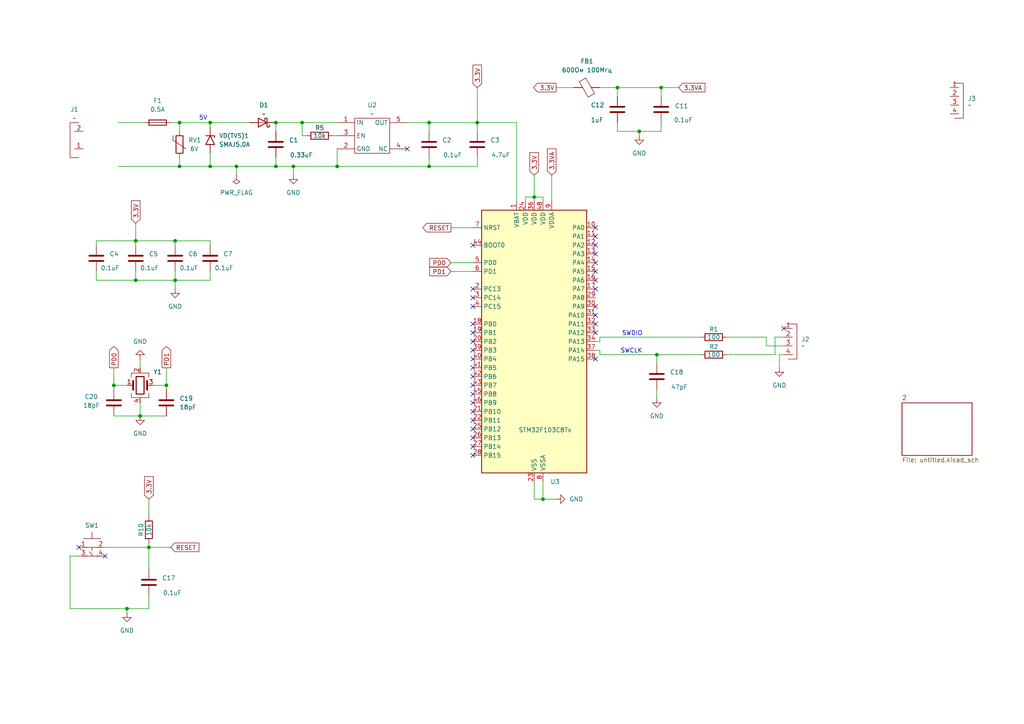
<source format=kicad_sch>
(kicad_sch (version 20250114) (generator "eeschema") (generator_version "9.0")
  (paper "A4")
  (lib_symbols
    (symbol "Device:C" (pin_numbers (hide yes)) (pin_names (offset 0.254))
      (property "Reference" "C" (at 0.635 2.54 0))
      (property "Value" "C" (at 0.635 -2.54 0))
      (symbol "C_0_1"
        (polyline (pts (xy -2.032 0.762) (xy 2.032 0.762)) (stroke (width 0.508)))
        (polyline (pts (xy -2.032 -0.762) (xy 2.032 -0.762)) (stroke (width 0.508)))
      )
      (symbol "C_1_1"
        (pin passive line (at 0 3.81 270) (length 2.794) (name "~") (number "1"))
        (pin passive line (at 0 -3.81 90) (length 2.794) (name "~") (number "2"))
      )
    )
    (symbol "Device:D_Schottky" (pin_numbers (hide yes)) (pin_names (offset 1.016) (hide yes))
      (property "Reference" "D" (at 0 2.54 0))
      (property "Value" "D_Schottky" (at 0 -2.54 0))
      (symbol "D_Schottky_0_1"
        (polyline (pts (xy -1.905 0.635) (xy -1.905 1.27) (xy -1.27 1.27) (xy -1.27 -1.27) (xy -0.635 -1.27) (xy -0.635 -0.635)) (stroke (width 0.254)))
        (polyline (pts (xy 1.27 1.27) (xy 1.27 -1.27) (xy -1.27 0) (xy 1.27 1.27)) (stroke (width 0.254)))
        (polyline (pts (xy 1.27 0) (xy -1.27 0)))
      )
      (symbol "D_Schottky_1_1"
        (pin passive line (at -3.81 0 0) (length 2.54) (name "K") (number "1"))
        (pin passive line (at 3.81 0 180) (length 2.54) (name "A") (number "2"))
      )
    )
    (symbol "Device:FerriteBead" (pin_numbers (hide yes)) (pin_names (offset 0))
      (property "Reference" "FB" (at -3.81 0.635 90))
      (property "Value" "FerriteBead" (at 3.81 0 90))
      (symbol "FerriteBead_0_1"
        (polyline (pts (xy -2.7686 0.4064) (xy -1.7018 2.2606) (xy 2.7686 -0.3048) (xy 1.6764 -2.159) (xy -2.7686 0.4064)))
        (polyline (pts (xy 0 1.27) (xy 0 1.2954)))
        (polyline (pts (xy 0 -1.27) (xy 0 -1.2192)))
      )
      (symbol "FerriteBead_1_1"
        (pin passive line (at 0 3.81 270) (length 2.54) (name "~") (number "1"))
        (pin passive line (at 0 -3.81 90) (length 2.54) (name "~") (number "2"))
      )
    )
    (symbol "Device:R" (pin_numbers (hide yes)) (pin_names (offset 0))
      (property "Reference" "R" (at 2.032 0 90))
      (property "Value" "R" (at 0 0 90))
      (symbol "R_0_1"
        (rectangle (start -1.016 -2.54) (end 1.016 2.54) (stroke (width 0.254)))
      )
      (symbol "R_1_1"
        (pin passive line (at 0 3.81 270) (length 1.27) (name "~") (number "1"))
        (pin passive line (at 0 -3.81 90) (length 1.27) (name "~") (number "2"))
      )
    )
    (symbol "MCU_ST_STM32F1:STM32F103C8Tx"
      (property "Reference" "U" (at -15.24 39.37 0))
      (property "Value" "STM32F103C8Tx" (at 7.62 39.37 0))
      (symbol "STM32F103C8Tx_0_1"
        (rectangle (start -15.24 -38.1) (end 15.24 38.1) (stroke (width 0.254)) (fill (type background)))
      )
      (symbol "STM32F103C8Tx_1_1"
        (pin input line (at -17.78 33.02 0) (length 2.54) (name "NRST") (number "7"))
        (pin input line (at -17.78 27.94 0) (length 2.54) (name "BOOT0") (number "44"))
        (pin bidirectional line (at -17.78 22.86 0) (length 2.54) (name "PD0") (number "5"))
        (pin bidirectional line (at -17.78 20.32 0) (length 2.54) (name "PD1") (number "6"))
        (pin bidirectional line (at -17.78 15.24 0) (length 2.54) (name "PC13") (number "2"))
        (pin bidirectional line (at -17.78 12.7 0) (length 2.54) (name "PC14") (number "3"))
        (pin bidirectional line (at -17.78 10.16 0) (length 2.54) (name "PC15") (number "4"))
        (pin bidirectional line (at -17.78 5.08 0) (length 2.54) (name "PB0") (number "18"))
        (pin bidirectional line (at -17.78 2.54 0) (length 2.54) (name "PB1") (number "19"))
        (pin bidirectional line (at -17.78 0 0) (length 2.54) (name "PB2") (number "20"))
        (pin bidirectional line (at -17.78 -2.54 0) (length 2.54) (name "PB3") (number "39"))
        (pin bidirectional line (at -17.78 -5.08 0) (length 2.54) (name "PB4") (number "40"))
        (pin bidirectional line (at -17.78 -7.62 0) (length 2.54) (name "PB5") (number "41"))
        (pin bidirectional line (at -17.78 -10.16 0) (length 2.54) (name "PB6") (number "42"))
        (pin bidirectional line (at -17.78 -12.7 0) (length 2.54) (name "PB7") (number "43"))
        (pin bidirectional line (at -17.78 -15.24 0) (length 2.54) (name "PB8") (number "45"))
        (pin bidirectional line (at -17.78 -17.78 0) (length 2.54) (name "PB9") (number "46"))
        (pin bidirectional line (at -17.78 -20.32 0) (length 2.54) (name "PB10") (number "21"))
        (pin bidirectional line (at -17.78 -22.86 0) (length 2.54) (name "PB11") (number "22"))
        (pin bidirectional line (at -17.78 -25.4 0) (length 2.54) (name "PB12") (number "25"))
        (pin bidirectional line (at -17.78 -27.94 0) (length 2.54) (name "PB13") (number "26"))
        (pin bidirectional line (at -17.78 -30.48 0) (length 2.54) (name "PB14") (number "27"))
        (pin bidirectional line (at -17.78 -33.02 0) (length 2.54) (name "PB15") (number "28"))
        (pin power_in line (at -5.08 40.64 270) (length 2.54) (name "VBAT") (number "1"))
        (pin power_in line (at -2.54 40.64 270) (length 2.54) (name "VDD") (number "24"))
        (pin power_in line (at 0 40.64 270) (length 2.54) (name "VDD") (number "36"))
        (pin power_in line (at 0 -40.64 90) (length 2.54) (name "VSS") (number "23"))
        (pin passive line (at 0 -40.64 90) (length 2.54) (hide yes) (name "VSS") (number "35"))
        (pin passive line (at 0 -40.64 90) (length 2.54) (hide yes) (name "VSS") (number "47"))
        (pin power_in line (at 2.54 40.64 270) (length 2.54) (name "VDD") (number "48"))
        (pin power_in line (at 2.54 -40.64 90) (length 2.54) (name "VSSA") (number "8"))
        (pin power_in line (at 5.08 40.64 270) (length 2.54) (name "VDDA") (number "9"))
        (pin bidirectional line (at 17.78 33.02 180) (length 2.54) (name "PA0") (number "10"))
        (pin bidirectional line (at 17.78 30.48 180) (length 2.54) (name "PA1") (number "11"))
        (pin bidirectional line (at 17.78 27.94 180) (length 2.54) (name "PA2") (number "12"))
        (pin bidirectional line (at 17.78 25.4 180) (length 2.54) (name "PA3") (number "13"))
        (pin bidirectional line (at 17.78 22.86 180) (length 2.54) (name "PA4") (number "14"))
        (pin bidirectional line (at 17.78 20.32 180) (length 2.54) (name "PA5") (number "15"))
        (pin bidirectional line (at 17.78 17.78 180) (length 2.54) (name "PA6") (number "16"))
        (pin bidirectional line (at 17.78 15.24 180) (length 2.54) (name "PA7") (number "17"))
        (pin bidirectional line (at 17.78 12.7 180) (length 2.54) (name "PA8") (number "29"))
        (pin bidirectional line (at 17.78 10.16 180) (length 2.54) (name "PA9") (number "30"))
        (pin bidirectional line (at 17.78 7.62 180) (length 2.54) (name "PA10") (number "31"))
        (pin bidirectional line (at 17.78 5.08 180) (length 2.54) (name "PA11") (number "32"))
        (pin bidirectional line (at 17.78 2.54 180) (length 2.54) (name "PA12") (number "33"))
        (pin bidirectional line (at 17.78 0 180) (length 2.54) (name "PA13") (number "34"))
        (pin bidirectional line (at 17.78 -2.54 180) (length 2.54) (name "PA14") (number "37"))
        (pin bidirectional line (at 17.78 -5.08 180) (length 2.54) (name "PA15") (number "38"))
      )
    )
    (symbol "My_Lib:Crystal_GND24" (pin_names (offset 1.016) (hide yes))
      (property "Reference" "Y2" (at -4.318 4.826 0))
      (symbol "Crystal_GND24_0_1"
        (polyline (pts (xy -2.54 2.286) (xy -2.54 3.556) (xy 2.54 3.556) (xy 2.54 2.286)))
        (polyline (pts (xy -2.54 0) (xy -2.032 0)))
        (polyline (pts (xy -2.54 -2.286) (xy -2.54 -3.556) (xy 2.54 -3.556) (xy 2.54 -2.286)))
        (polyline (pts (xy -2.032 -1.27) (xy -2.032 1.27)) (stroke (width 0.508)))
        (rectangle (start -1.143 2.54) (end 1.143 -2.54) (stroke (width 0.3048)))
        (polyline (pts (xy 0 3.556) (xy 0 3.81)))
        (polyline (pts (xy 0 -3.81) (xy 0 -3.556)))
        (polyline (pts (xy 2.032 0) (xy 2.54 0)))
        (polyline (pts (xy 2.032 -1.27) (xy 2.032 1.27)) (stroke (width 0.508)))
      )
      (symbol "Crystal_GND24_1_1"
        (pin passive line (at -3.81 0 0) (length 1.27) (name "1") (number "1"))
        (pin passive line (at 0 5.08 270) (length 1.27) (name "2") (number "2"))
        (pin passive line (at 0 -5.08 90) (length 1.27) (name "3") (number "4"))
        (pin passive line (at 3.81 0 180) (length 1.27) (name "4") (number "3"))
      )
    )
    (symbol "My_Lib:J - B4P-VH"
      (property "Reference" "J" (at 5.334 0.508 0))
      (symbol "J - B4P-VH_0_1"
        (polyline (pts (xy 10.16 -3.81) (xy 10.16 -1.27) (xy 0 -1.27) (xy 0 -3.81)))
      )
      (symbol "J - B4P-VH_1_1"
        (pin power_in line (at 1.27 -5.08 90) (length 2.54) (name "") (number "1"))
        (pin power_in line (at 3.81 -5.08 90) (length 2.54) (name "") (number "2"))
        (pin power_in line (at 6.35 -5.08 90) (length 2.54) (name "") (number "3"))
        (pin power_in line (at 8.89 -5.08 90) (length 2.54) (name "") (number "4"))
      )
    )
    (symbol "My_Lib:J - TB-09A"
      (property "Reference" "J1" (at 8.89 -1.27 90))
      (property "Value" "~" (at 6.35 -1.27 90))
      (symbol "J - TB-09A_0_1"
        (polyline (pts (xy 5.08 -2.54) (xy 5.08 0) (xy -5.08 0) (xy -5.08 -2.54)))
      )
      (symbol "J - TB-09A_1_1"
        (pin power_in line (at -2.54 -3.81 90) (length 2.54) (name "") (number "1"))
        (pin power_in line (at 2.54 -3.81 90) (length 2.54) (name "") (number "2"))
      )
    )
    (symbol "My_Lib:LDO_AP2112K-3.3"
      (property "Reference" "U" (at 5.08 1.27 0))
      (symbol "LDO_AP2112K-3.3_0_1"
        (rectangle (start 0 0) (end 10.16 -10.16))
      )
      (symbol "LDO_AP2112K-3.3_1_0"
        (pin input line (at -5.08 -1.27 0) (length 5.08) (name "IN") (number "1"))
        (pin input line (at -5.08 -5.08 0) (length 5.08) (name "EN") (number "3"))
        (pin input line (at -5.08 -8.89 0) (length 5.08) (name "GND") (number "2"))
        (pin output line (at 15.24 -1.27 180) (length 5.08) (name "OUT") (number "5"))
        (pin input line (at 15.24 -8.89 180) (length 5.08) (name "NC") (number "4"))
      )
    )
    (symbol "My_Lib:SMD_-_Fuse" (pin_numbers (hide yes)) (pin_names (offset 0))
      (property "Reference" "F1" (at -2.286 0.254 90))
      (property "Value" "0.5A" (at 2.54 0 90))
      (symbol "SMD_-_Fuse_0_1"
        (rectangle (start -0.762 -2.54) (end 0.762 2.54) (stroke (width 0.254)))
        (polyline (pts (xy 0 2.54) (xy 0 -2.54)))
      )
      (symbol "SMD_-_Fuse_1_1"
        (pin passive line (at 0 3.81 270) (length 1.27) (name "~") (number "1"))
        (pin passive line (at 0 -3.81 90) (length 1.27) (name "~") (number "2"))
      )
    )
    (symbol "My_Lib:SW_Push" (pin_names (offset 1.016) (hide yes))
      (property "Reference" "SW" (at 1.27 2.54 0))
      (symbol "SW_Push_0_1"
        (polyline (pts (xy 0 1.27) (xy 0 3.048)))
        (polyline (pts (xy 0 -1.27) (xy 0 -2.286)))
        (polyline (pts (xy 0 -3.81) (xy 0 -3.302) (xy -0.762 -2.54)))
        (polyline (pts (xy 2.54 1.27) (xy -2.54 1.27)))
        (polyline (pts (xy 2.54 -1.27) (xy -2.54 -1.27)))
        (polyline (pts (xy 2.54 -3.81) (xy -2.54 -3.81)))
        (pin passive line (at -3.81 -1.27 0) (length 2.54) (name "1") (number "1"))
      )
      (symbol "SW_Push_1_1"
        (pin passive line (at -3.81 -3.81 0) (length 2.54) (name "") (number "3"))
        (pin passive line (at 3.81 -1.27 180) (length 2.54) (name "") (number "2"))
        (pin passive line (at 3.81 -3.81 180) (length 2.54) (name "") (number "4"))
      )
    )
    (symbol "My_Lib:VD(TVS) - SMAJ5.0A" (pin_numbers (hide yes)) (pin_names (offset 1.016) (hide yes))
      (property "Reference" "VD(TVS)" (at 0 2.54 0))
      (property "Value" "SMAJ5.0A" (at 0 -2.54 0))
      (symbol "VD(TVS) - SMAJ5.0A_0_1"
        (polyline (pts (xy -0.762 1.27) (xy -1.27 1.27) (xy -1.27 -1.27)) (stroke (width 0.254)))
        (polyline (pts (xy 1.27 1.27) (xy 1.27 -1.27) (xy -1.27 0) (xy 1.27 1.27)) (stroke (width 0.254)))
      )
      (symbol "VD(TVS) - SMAJ5.0A_1_1"
        (pin passive line (at -3.81 0 0) (length 2.54) (name "A1") (number "1"))
        (pin passive line (at 3.81 0 180) (length 2.54) (name "A2") (number "2"))
      )
    )
    (symbol "My_Lib:Varistor" (pin_numbers (hide yes)) (pin_names (offset 0))
      (property "Reference" "RV1" (at -1.778 3.556 0))
      (property "Value" "Varistor" (at -4.064 -3.048 0))
      (symbol "Varistor_0_1"
        (rectangle (start -2.54 1.016) (end 2.54 -1.016) (stroke (width 0.254)))
        (polyline (pts (xy 2.54 1.905) (xy 1.27 1.905) (xy -1.27 -1.905)))
      )
      (symbol "Varistor_1_1"
        (pin passive line (at -3.81 0 0) (length 1.27) (name "~") (number "2"))
        (pin passive line (at 3.81 0 180) (length 1.27) (name "~") (number "1"))
      )
    )
    (symbol "power:GND" (power) (pin_numbers (hide yes)) (pin_names (offset 0) (hide yes))
      (property "Value" "GND" (at 0 -3.81 0))
      (symbol "GND_0_1"
        (polyline (pts (xy 0 0) (xy 0 -1.27) (xy 1.27 -1.27) (xy 0 -2.54) (xy -1.27 -1.27) (xy 0 -1.27)))
      )
      (symbol "GND_1_1"
        (pin power_in line (at 0 0 270) (length 0) (name "~") (number "1"))
      )
    )
    (symbol "power:PWR_FLAG" (power) (pin_numbers (hide yes)) (pin_names (offset 0) (hide yes))
      (property "Value" "PWR_FLAG" (at 0 3.81 0))
      (symbol "PWR_FLAG_0_0"
        (pin power_out line (at 0 0 90) (length 0) (name "~") (number "1"))
      )
      (symbol "PWR_FLAG_0_1"
        (polyline (pts (xy 0 0) (xy 0 1.27) (xy -1.016 1.905) (xy 0 2.54) (xy 1.016 1.905) (xy 0 1.27)))
      )
    )
  )
  (text "5V" (at 58.928 34.29 0) (effects (font (size 1.27 1.27))))
  (text "SWDIO\n" (at 183.388 96.774 0) (effects (font (size 1.27 1.27))))
  (text "SWCLK\n\n" (at 183.134 102.87 0) (effects (font (size 1.27 1.27))))
  (junction (at 36.83 176.53))
  (junction (at 80.01 35.56))
  (junction (at 157.48 144.78))
  (junction (at 80.01 48.26))
  (junction (at 97.79 48.26))
  (junction (at 85.09 48.26))
  (junction (at 52.07 48.26))
  (junction (at 43.18 158.75))
  (junction (at 52.07 35.56))
  (junction (at 179.07 25.4))
  (junction (at 39.37 81.28))
  (junction (at 39.37 69.85))
  (junction (at 60.96 35.56))
  (junction (at 33.02 111.76))
  (junction (at 60.96 48.26))
  (junction (at 50.8 81.28))
  (junction (at 124.46 48.26))
  (junction (at 124.46 35.56))
  (junction (at 50.8 69.85))
  (junction (at 68.58 48.26))
  (junction (at 138.43 35.56))
  (junction (at 87.63 35.56))
  (junction (at 40.64 120.65))
  (junction (at 190.5 102.87))
  (junction (at 185.42 38.1))
  (junction (at 191.77 25.4))
  (junction (at 154.94 57.15))
  (junction (at 48.26 111.76))
  (no_connect (at 172.72 81.28))
  (no_connect (at 172.72 91.44))
  (no_connect (at 137.16 88.9))
  (no_connect (at 137.16 101.6))
  (no_connect (at 172.72 88.9))
  (no_connect (at 172.72 66.04))
  (no_connect (at 137.16 132.08))
  (no_connect (at 30.48 161.29))
  (no_connect (at 137.16 109.22))
  (no_connect (at 137.16 119.38))
  (no_connect (at 22.86 158.75))
  (no_connect (at 137.16 106.68))
  (no_connect (at 172.72 104.14))
  (no_connect (at 137.16 86.36))
  (no_connect (at 137.16 99.06))
  (no_connect (at 118.11 43.18))
  (no_connect (at 172.72 96.52))
  (no_connect (at 137.16 129.54))
  (no_connect (at 137.16 83.82))
  (no_connect (at 137.16 111.76))
  (no_connect (at 137.16 96.52))
  (no_connect (at 137.16 71.12))
  (no_connect (at 172.72 71.12))
  (no_connect (at 172.72 78.74))
  (no_connect (at 137.16 93.98))
  (no_connect (at 172.72 68.58))
  (no_connect (at 137.16 121.92))
  (no_connect (at 137.16 116.84))
  (no_connect (at 172.72 73.66))
  (no_connect (at 137.16 114.3))
  (no_connect (at 172.72 76.2))
  (no_connect (at 227.33 95.25))
  (no_connect (at 172.72 83.82))
  (no_connect (at 137.16 124.46))
  (no_connect (at 137.16 127))
  (no_connect (at 172.72 93.98))
  (no_connect (at 137.16 104.14))
  (wire (pts (xy 20.32 161.29) (xy 22.86 161.29)))
  (wire (pts (xy 227.33 100.33) (xy 222.25 100.33)))
  (wire (pts (xy 60.96 48.26) (xy 68.58 48.26)))
  (wire (pts (xy 196.85 25.4) (xy 191.77 25.4)))
  (wire (pts (xy 154.94 57.15) (xy 154.94 58.42)))
  (wire (pts (xy 166.37 25.4) (xy 161.29 25.4)))
  (wire (pts (xy 138.43 45.72) (xy 138.43 48.26)))
  (wire (pts (xy 36.83 176.53) (xy 43.18 176.53)))
  (wire (pts (xy 39.37 69.85) (xy 27.94 69.85)))
  (wire (pts (xy 43.18 157.48) (xy 43.18 158.75)))
  (wire (pts (xy 52.07 35.56) (xy 52.07 38.1)))
  (wire (pts (xy 60.96 35.56) (xy 72.39 35.56)))
  (wire (pts (xy 190.5 102.87) (xy 203.2 102.87)))
  (wire (pts (xy 20.32 176.53) (xy 36.83 176.53)))
  (wire (pts (xy 227.33 97.79) (xy 224.79 97.79)))
  (wire (pts (xy 173.99 99.06) (xy 172.72 99.06)))
  (wire (pts (xy 50.8 81.28) (xy 50.8 83.82)))
  (wire (pts (xy 60.96 36.83) (xy 60.96 35.56)))
  (wire (pts (xy 173.99 97.79) (xy 173.99 99.06)))
  (wire (pts (xy 210.82 97.79) (xy 222.25 97.79)))
  (wire (pts (xy 149.86 35.56) (xy 149.86 58.42)))
  (wire (pts (xy 124.46 48.26) (xy 138.43 48.26)))
  (wire (pts (xy 50.8 69.85) (xy 50.8 71.12)))
  (wire (pts (xy 43.18 158.75) (xy 49.53 158.75)))
  (wire (pts (xy 226.06 102.87) (xy 226.06 106.68)))
  (wire (pts (xy 185.42 38.1) (xy 185.42 39.37)))
  (wire (pts (xy 30.48 158.75) (xy 43.18 158.75)))
  (wire (pts (xy 34.29 35.56) (xy 41.91 35.56)))
  (wire (pts (xy 224.79 97.79) (xy 224.79 102.87)))
  (wire (pts (xy 154.94 144.78) (xy 157.48 144.78)))
  (wire (pts (xy 179.07 25.4) (xy 173.99 25.4)))
  (wire (pts (xy 52.07 48.26) (xy 60.96 48.26)))
  (wire (pts (xy 48.26 113.03) (xy 48.26 111.76)))
  (wire (pts (xy 43.18 172.72) (xy 43.18 176.53)))
  (wire (pts (xy 87.63 39.37) (xy 88.9 39.37)))
  (wire (pts (xy 154.94 144.78) (xy 154.94 139.7)))
  (wire (pts (xy 43.18 144.78) (xy 43.18 149.86)))
  (wire (pts (xy 190.5 113.03) (xy 190.5 115.57)))
  (wire (pts (xy 157.48 58.42) (xy 157.48 57.15)))
  (wire (pts (xy 60.96 81.28) (xy 50.8 81.28)))
  (wire (pts (xy 185.42 38.1) (xy 179.07 38.1)))
  (wire (pts (xy 20.32 161.29) (xy 20.32 176.53)))
  (wire (pts (xy 157.48 144.78) (xy 157.48 139.7)))
  (wire (pts (xy 68.58 48.26) (xy 80.01 48.26)))
  (wire (pts (xy 97.79 43.18) (xy 97.79 48.26)))
  (wire (pts (xy 43.18 158.75) (xy 43.18 165.1)))
  (wire (pts (xy 226.06 102.87) (xy 227.33 102.87)))
  (wire (pts (xy 80.01 35.56) (xy 87.63 35.56)))
  (wire (pts (xy 40.64 120.65) (xy 33.02 120.65)))
  (wire (pts (xy 60.96 71.12) (xy 60.96 69.85)))
  (wire (pts (xy 191.77 25.4) (xy 179.07 25.4)))
  (wire (pts (xy 124.46 38.1) (xy 124.46 35.56)))
  (wire (pts (xy 138.43 38.1) (xy 138.43 35.56)))
  (wire (pts (xy 152.4 58.42) (xy 152.4 57.15)))
  (wire (pts (xy 191.77 38.1) (xy 185.42 38.1)))
  (wire (pts (xy 179.07 35.56) (xy 179.07 38.1)))
  (wire (pts (xy 118.11 35.56) (xy 124.46 35.56)))
  (wire (pts (xy 191.77 25.4) (xy 191.77 27.94)))
  (wire (pts (xy 173.99 102.87) (xy 173.99 101.6)))
  (wire (pts (xy 52.07 45.72) (xy 52.07 48.26)))
  (wire (pts (xy 60.96 44.45) (xy 60.96 48.26)))
  (wire (pts (xy 40.64 104.14) (xy 40.64 106.68)))
  (wire (pts (xy 80.01 45.72) (xy 80.01 48.26)))
  (wire (pts (xy 36.83 111.76) (xy 33.02 111.76)))
  (wire (pts (xy 130.81 76.2) (xy 137.16 76.2)))
  (wire (pts (xy 97.79 48.26) (xy 85.09 48.26)))
  (wire (pts (xy 39.37 81.28) (xy 50.8 81.28)))
  (wire (pts (xy 50.8 81.28) (xy 50.8 78.74)))
  (wire (pts (xy 34.29 48.26) (xy 52.07 48.26)))
  (wire (pts (xy 124.46 45.72) (xy 124.46 48.26)))
  (wire (pts (xy 48.26 106.68) (xy 48.26 111.76)))
  (wire (pts (xy 179.07 25.4) (xy 179.07 27.94)))
  (wire (pts (xy 33.02 111.76) (xy 33.02 113.03)))
  (wire (pts (xy 48.26 111.76) (xy 44.45 111.76)))
  (wire (pts (xy 36.83 176.53) (xy 36.83 177.8)))
  (wire (pts (xy 33.02 106.68) (xy 33.02 111.76)))
  (wire (pts (xy 87.63 35.56) (xy 97.79 35.56)))
  (wire (pts (xy 190.5 102.87) (xy 190.5 105.41)))
  (wire (pts (xy 60.96 69.85) (xy 50.8 69.85)))
  (wire (pts (xy 39.37 69.85) (xy 50.8 69.85)))
  (wire (pts (xy 80.01 38.1) (xy 80.01 35.56)))
  (wire (pts (xy 97.79 48.26) (xy 124.46 48.26)))
  (wire (pts (xy 40.64 116.84) (xy 40.64 120.65)))
  (wire (pts (xy 130.81 78.74) (xy 137.16 78.74)))
  (wire (pts (xy 157.48 57.15) (xy 154.94 57.15)))
  (wire (pts (xy 49.53 35.56) (xy 52.07 35.56)))
  (wire (pts (xy 173.99 101.6) (xy 172.72 101.6)))
  (wire (pts (xy 27.94 81.28) (xy 27.94 78.74)))
  (wire (pts (xy 124.46 35.56) (xy 138.43 35.56)))
  (wire (pts (xy 27.94 81.28) (xy 39.37 81.28)))
  (wire (pts (xy 85.09 48.26) (xy 85.09 50.8)))
  (wire (pts (xy 52.07 35.56) (xy 60.96 35.56)))
  (wire (pts (xy 68.58 50.8) (xy 68.58 48.26)))
  (wire (pts (xy 152.4 57.15) (xy 154.94 57.15)))
  (wire (pts (xy 60.96 78.74) (xy 60.96 81.28)))
  (wire (pts (xy 40.64 120.65) (xy 48.26 120.65)))
  (wire (pts (xy 173.99 97.79) (xy 203.2 97.79)))
  (wire (pts (xy 39.37 81.28) (xy 39.37 78.74)))
  (wire (pts (xy 138.43 25.4) (xy 138.43 35.56)))
  (wire (pts (xy 39.37 69.85) (xy 39.37 71.12)))
  (wire (pts (xy 85.09 48.26) (xy 80.01 48.26)))
  (wire (pts (xy 222.25 100.33) (xy 222.25 97.79)))
  (wire (pts (xy 27.94 69.85) (xy 27.94 71.12)))
  (wire (pts (xy 191.77 35.56) (xy 191.77 38.1)))
  (wire (pts (xy 161.29 144.78) (xy 157.48 144.78)))
  (wire (pts (xy 138.43 35.56) (xy 149.86 35.56)))
  (wire (pts (xy 39.37 64.77) (xy 39.37 69.85)))
  (wire (pts (xy 96.52 39.37) (xy 97.79 39.37)))
  (wire (pts (xy 130.81 66.04) (xy 137.16 66.04)))
  (wire (pts (xy 190.5 102.87) (xy 173.99 102.87)))
  (wire (pts (xy 154.94 57.15) (xy 154.94 50.8)))
  (wire (pts (xy 210.82 102.87) (xy 224.79 102.87)))
  (wire (pts (xy 87.63 39.37) (xy 87.63 35.56)))
  (wire (pts (xy 160.02 50.8) (xy 160.02 58.42)))
  (global_label "RESET" (shape output) (at 130.81 66.04 180) (property "Intersheetrefs" "${INTERSHEET_REFS}" (effects (hide yes))))
  (global_label "PD0" (shape input) (at 130.81 76.2 180) (property "Intersheetrefs" "${INTERSHEET_REFS}" (effects (hide yes))))
  (global_label "PD0" (shape output) (at 33.02 106.68 90) (property "Intersheetrefs" "${INTERSHEET_REFS}" (effects (hide yes))))
  (global_label "3.3V" (shape output) (at 161.29 25.4 180) (property "Intersheetrefs" "${INTERSHEET_REFS}" (effects (hide yes))))
  (global_label "3.3VA" (shape input) (at 160.02 50.8 90) (property "Intersheetrefs" "${INTERSHEET_REFS}" (effects (hide yes))))
  (global_label "3.3V" (shape input) (at 154.94 50.8 90) (property "Intersheetrefs" "${INTERSHEET_REFS}" (effects (hide yes))))
  (global_label "3.3V" (shape input) (at 43.18 144.78 90) (property "Intersheetrefs" "${INTERSHEET_REFS}" (effects (hide yes))))
  (global_label "PD1" (shape output) (at 48.26 106.68 90) (property "Intersheetrefs" "${INTERSHEET_REFS}" (effects (hide yes))))
  (global_label "PD1" (shape input) (at 130.81 78.74 180) (property "Intersheetrefs" "${INTERSHEET_REFS}" (effects (hide yes))))
  (global_label "3.3V" (shape input) (at 138.43 25.4 90) (property "Intersheetrefs" "${INTERSHEET_REFS}" (effects (hide yes))))
  (global_label "3.3V" (shape input) (at 39.37 64.77 90) (property "Intersheetrefs" "${INTERSHEET_REFS}" (effects (hide yes))))
  (global_label "3.3VA" (shape input) (at 196.85 25.4 0) (property "Intersheetrefs" "${INTERSHEET_REFS}" (effects (hide yes))))
  (global_label "RESET" (shape input) (at 49.53 158.75 0) (property "Intersheetrefs" "${INTERSHEET_REFS}" (effects (hide yes))))
  (symbol (lib_id "Device:C") (at 190.5 109.22 0) (unit 1)
    (property "Reference" "C18" (at 194.31 107.9499 0) (effects (justify left)))
    (property "Value" "47pF" (at 194.564 112.268 0) (effects (justify left)))
    (property "Footprint" "Resistor_SMD:R_0201_0603Metric" (effects (hide yes)))
    (property "Description" "Unpolarized capacitor" (effects (hide yes)))
  )
  (symbol (lib_id "My_Lib:Varistor") (at 52.07 41.91 90) (unit 1)
    (property "Reference" "RV1" (at 54.61 40.6399 90) (effects (justify right)))
    (property "Value" "6V" (at 55.118 43.18 90) (effects (justify right)))
    (property "Footprint" "Diode_SMD:D_1206_3216Metric_Pad1.42x1.75mm_HandSolder" (effects (hide yes)))
    (property "Description" "Voltage dependent resistor" (effects (hide yes)))
    (property "Sim.Name" "kicad_builtin_varistor" (effects (hide yes)))
    (property "Sim.Device" "SUBCKT" (effects (hide yes)))
    (property "Sim.Pins" "1=A 2=B" (effects (hide yes)))
    (property "Sim.Params" "threshold=1k" (effects (hide yes)))
    (property "Sim.Library" "${KICAD7_SYMBOL_DIR}/Simulation_SPICE.sp" (effects (hide yes)))
  )
  (symbol (lib_id "Device:C") (at 138.43 41.91 0) (unit 1)
    (property "Reference" "C3" (at 142.24 40.6399 0) (effects (justify left)))
    (property "Value" "4.7uF" (at 142.494 44.958 0) (effects (justify left)))
    (property "Footprint" "Resistor_SMD:R_0805_2012Metric" (effects (hide yes)))
    (property "Description" "Unpolarized capacitor" (effects (hide yes)))
  )
  (symbol (lib_id "Device:R") (at 92.71 39.37 90) (unit 1)
    (property "Reference" "R5" (at 92.71 37.084 90))
    (property "Value" "10k" (at 92.71 39.37 90))
    (property "Footprint" "Resistor_SMD:R_0201_0603Metric" (effects (hide yes)))
    (property "Description" "Resistor" (effects (hide yes)))
  )
  (symbol (lib_id "power:GND") (at 40.64 120.65 0) (unit 1)
    (property "Reference" "#PWR05" (effects (hide yes)))
    (property "Value" "GND" (at 40.64 125.73 0))
    (property "Description" "Power symbol creates a global label with name \"GND\" , ground" (effects (hide yes)))
  )
  (symbol (lib_id "power:GND") (at 226.06 106.68 0) (unit 1)
    (property "Reference" "#PWR07" (effects (hide yes)))
    (property "Value" "GND" (at 226.06 111.76 0))
    (property "Description" "Power symbol creates a global label with name \"GND\" , ground" (effects (hide yes)))
  )
  (symbol (lib_id "power:GND") (at 85.09 50.8 0) (unit 1)
    (property "Reference" "#PWR01" (effects (hide yes)))
    (property "Value" "GND" (at 85.09 55.88 0))
    (property "Description" "Power symbol creates a global label with name \"GND\" , ground" (effects (hide yes)))
  )
  (symbol (lib_id "My_Lib:SMD_-_Fuse") (at 45.72 35.56 90) (unit 1)
    (property "Reference" "F1" (at 45.72 29.21 90))
    (property "Value" "0.5A" (at 45.72 31.75 90))
    (property "Footprint" "Fuse:Fuse_2512_6332Metric" (effects (hide yes)))
    (property "Description" "Fuse" (effects (hide yes)))
  )
  (symbol (lib_id "My_Lib:Crystal_GND24") (at 40.64 111.76 0) (unit 1)
    (property "Reference" "Y1" (at 45.72 107.8798 0))
    (property "Value" "Crystal_GND24" (effects (hide yes)))
    (property "Footprint" "Crystal:Crystal_SMD_3225-4Pin_3.2x2.5mm" (effects (hide yes)))
    (property "Datasheet" "https://static.chipdip.ru/lib/087/DOC053087027.pdf" (effects (hide yes)))
    (property "Description" "Four pin crystal, GND on pins 2 and 3" (effects (hide yes)))
  )
  (symbol (lib_id "Device:C") (at 60.96 74.93 0) (unit 1)
    (property "Reference" "C7" (at 64.77 73.6599 0) (effects (justify left)))
    (property "Value" "0.1uF" (at 62.23 77.724 0) (effects (justify left)))
    (property "Footprint" "Resistor_SMD:R_0201_0603Metric" (effects (hide yes)))
    (property "Description" "Unpolarized capacitor" (effects (hide yes)))
  )
  (symbol (lib_id "Device:D_Schottky") (at 76.2 35.56 180) (unit 1)
    (property "Reference" "D1" (at 76.5175 30.48 0))
    (property "Value" "~" (at 76.5175 33.02 0))
    (property "Footprint" "Diode_SMD:D_SOD-123" (effects (hide yes)))
    (property "Description" "Schottky diode" (effects (hide yes)))
  )
  (symbol (lib_id "Device:C") (at 43.18 168.91 0) (unit 1)
    (property "Reference" "C17" (at 46.99 167.6399 0) (effects (justify left)))
    (property "Value" "0.1uF" (at 47.244 171.958 0) (effects (justify left)))
    (property "Footprint" "Resistor_SMD:R_0201_0603Metric" (effects (hide yes)))
    (property "Description" "Unpolarized capacitor" (effects (hide yes)))
  )
  (symbol (lib_id "power:GND") (at 36.83 177.8 0) (unit 1)
    (property "Reference" "#PWR08" (effects (hide yes)))
    (property "Value" "GND" (at 36.83 182.88 0))
    (property "Description" "Power symbol creates a global label with name \"GND\" , ground" (effects (hide yes)))
  )
  (symbol (lib_id "power:GND") (at 190.5 115.57 0) (unit 1)
    (property "Reference" "#PWR06" (effects (hide yes)))
    (property "Value" "GND" (at 190.5 120.65 0))
    (property "Description" "Power symbol creates a global label with name \"GND\" , ground" (effects (hide yes)))
  )
  (symbol (lib_id "My_Lib:LDO_AP2112K-3.3") (at 102.87 34.29 0) (unit 1)
    (property "Reference" "U2" (at 107.95 30.48 0))
    (property "Value" "~" (at 107.95 33.02 0))
    (property "Footprint" "Package_TO_SOT_SMD:SOT-23-5" (effects (hide yes)))
    (property "Datasheet" "https://static.chipdip.ru/lib/803/DOC005803718.pdf" (effects (hide yes)))
    (property "Description" "AP2112K-3.3TRG1" (effects (hide yes)))
  )
  (symbol (lib_id "My_Lib:J - TB-09A") (at 20.32 40.64 90) (unit 1)
    (property "Reference" "J1" (at 21.59 31.75 90))
    (property "Value" "~" (at 21.59 34.29 90))
    (property "Footprint" "My_lib2:TB-09A" (effects (hide yes)))
    (property "Description" "Винтовой разъем на плату" (effects (hide yes)))
  )
  (symbol (lib_id "power:PWR_FLAG") (at 68.58 50.8 180) (unit 1)
    (property "Reference" "#FLG01" (effects (hide yes)))
    (property "Value" "PWR_FLAG" (at 68.58 55.88 0))
    (property "Description" "Special symbol for telling ERC where power comes from" (effects (hide yes)))
  )
  (symbol (lib_id "My_Lib:SW_Push") (at 26.67 157.48 0) (unit 1)
    (property "Reference" "SW1" (at 26.67 152.4 0))
    (property "Value" "SW_Push" (effects (hide yes)))
    (property "Footprint" "My_lib2:SW - 0650HIM-130G-G" (effects (hide yes)))
    (property "Description" "Push button switch, generic, two pins" (effects (hide yes)))
  )
  (symbol (lib_id "power:GND") (at 40.64 104.14 180) (unit 1)
    (property "Reference" "#PWR010" (effects (hide yes)))
    (property "Value" "GND" (at 40.64 99.06 0))
    (property "Description" "Power symbol creates a global label with name \"GND\" , ground" (effects (hide yes)))
  )
  (symbol (lib_id "power:GND") (at 161.29 144.78 90) (unit 1)
    (property "Reference" "#PWR03" (effects (hide yes)))
    (property "Value" "GND" (at 165.1 144.7799 90) (effects (justify right)))
    (property "Description" "Power symbol creates a global label with name \"GND\" , ground" (effects (hide yes)))
  )
  (symbol (lib_id "My_Lib:J - B4P-VH") (at 232.41 93.98 270) (unit 1)
    (property "Reference" "J2" (at 232.41 98.4249 90) (effects (justify left)))
    (property "Value" "~" (at 232.41 100.33 90) (effects (justify left)))
    (property "Footprint" "My_lib2:J - W04M" (effects (hide yes)))
    (property "Datasheet" "https://static.chipdip.ru/lib/631/DOC011631422.pdf" (effects (hide yes)))
    (property "Description" "W04M" (effects (hide yes)))
  )
  (symbol (lib_id "power:GND") (at 185.42 39.37 0) (unit 1)
    (property "Reference" "#PWR09" (effects (hide yes)))
    (property "Value" "GND" (at 185.42 44.45 0))
    (property "Description" "Power symbol creates a global label with name \"GND\" , ground" (effects (hide yes)))
  )
  (symbol (lib_id "My_Lib:VD(TVS) - SMAJ5.0A") (at 60.96 40.64 270) (unit 1)
    (property "Reference" "VD(TVS)1" (at 63.5 39.3699 90) (effects (justify left)))
    (property "Value" "SMAJ5.0A" (at 63.5 41.9099 90) (effects (justify left)))
    (property "Footprint" "Diode_SMD:D_SMA" (effects (hide yes)))
    (property "Datasheet" "https://static.chipdip.ru/lib/866/DOC025866078.pdf" (effects (hide yes)))
    (property "Description" "SMAJ5.0A, Защитный диод 400Вт 5В [SMA / DO-214AC]" (effects (hide yes)))
  )
  (symbol (lib_id "Device:C") (at 39.37 74.93 0) (unit 1)
    (property "Reference" "C5" (at 43.18 73.6599 0) (effects (justify left)))
    (property "Value" "0.1uF" (at 40.64 77.724 0) (effects (justify left)))
    (property "Footprint" "Resistor_SMD:R_0201_0603Metric" (effects (hide yes)))
    (property "Description" "Unpolarized capacitor" (effects (hide yes)))
  )
  (symbol (lib_id "Device:C") (at 124.46 41.91 0) (unit 1)
    (property "Reference" "C2" (at 128.27 40.6399 0) (effects (justify left)))
    (property "Value" "0.1uF" (at 128.524 44.958 0) (effects (justify left)))
    (property "Footprint" "Resistor_SMD:R_0201_0603Metric" (effects (hide yes)))
    (property "Description" "Unpolarized capacitor" (effects (hide yes)))
  )
  (symbol (lib_id "Device:C") (at 50.8 74.93 0) (unit 1)
    (property "Reference" "C6" (at 54.61 73.6599 0) (effects (justify left)))
    (property "Value" "0.1uF" (at 52.07 77.724 0) (effects (justify left)))
    (property "Footprint" "Resistor_SMD:R_0201_0603Metric" (effects (hide yes)))
    (property "Description" "Unpolarized capacitor" (effects (hide yes)))
  )
  (symbol (lib_id "Device:C") (at 179.07 31.75 0) (mirror y) (unit 1)
    (property "Reference" "C12" (at 175.26 30.4799 0) (effects (justify left)))
    (property "Value" "1uF" (at 175.006 34.798 0) (effects (justify left)))
    (property "Footprint" "Resistor_SMD:R_0805_2012Metric" (effects (hide yes)))
    (property "Description" "Unpolarized capacitor" (effects (hide yes)))
  )
  (symbol (lib_id "Device:C") (at 191.77 31.75 0) (mirror y) (unit 1)
    (property "Reference" "C11" (at 199.644 30.734 0) (effects (justify left)))
    (property "Value" "0.1uF" (at 200.914 34.798 0) (effects (justify left)))
    (property "Footprint" "Resistor_SMD:R_0201_0603Metric" (effects (hide yes)))
    (property "Description" "Unpolarized capacitor" (effects (hide yes)))
  )
  (symbol (lib_id "power:GND") (at 50.8 83.82 0) (unit 1)
    (property "Reference" "#PWR02" (effects (hide yes)))
    (property "Value" "GND" (at 50.8 88.9 0))
    (property "Description" "Power symbol creates a global label with name \"GND\" , ground" (effects (hide yes)))
  )
  (symbol (lib_id "Device:C") (at 27.94 74.93 0) (unit 1)
    (property "Reference" "C4" (at 31.75 73.6599 0) (effects (justify left)))
    (property "Value" "0.1uF" (at 29.21 77.724 0) (effects (justify left)))
    (property "Footprint" "Resistor_SMD:R_0201_0603Metric" (effects (hide yes)))
    (property "Description" "Unpolarized capacitor" (effects (hide yes)))
  )
  (symbol (lib_id "Device:R") (at 43.18 153.67 180) (unit 1)
    (property "Reference" "R10" (at 40.894 153.67 90))
    (property "Value" "10k" (at 43.18 153.67 90))
    (property "Footprint" "Resistor_SMD:R_0201_0603Metric" (effects (hide yes)))
    (property "Description" "Resistor" (effects (hide yes)))
  )
  (symbol (lib_id "Device:C") (at 48.26 116.84 0) (unit 1)
    (property "Reference" "C19" (at 52.07 115.5699 0) (effects (justify left)))
    (property "Value" "18pF" (at 52.07 118.11 0) (effects (justify left)))
    (property "Footprint" "Resistor_SMD:R_0805_2012Metric" (effects (hide yes)))
    (property "Description" "Unpolarized capacitor" (effects (hide yes)))
  )
  (symbol (lib_id "MCU_ST_STM32F1:STM32F103C8Tx") (at 154.94 99.06 0) (unit 1)
    (property "Reference" "U3" (at 159.6233 139.7 0) (effects (justify left)))
    (property "Value" "STM32F103C8Tx" (at 150.368 124.714 0) (effects (justify left)))
    (property "Footprint" "Package_QFP:LQFP-48_7x7mm_P0.5mm" (effects (hide yes)))
    (property "Datasheet" "https://www.st.com/resource/en/datasheet/stm32f103c8.pdf" (effects (hide yes)))
    (property "Description" "STMicroelectronics Arm Cortex-M3 MCU, 64KB flash, 20KB RAM, 72 MHz, 2.0-3.6V, 37 GPIO, LQFP48" (effects (hide yes)))
  )
  (symbol (lib_id "Device:R") (at 207.01 97.79 90) (unit 1)
    (property "Reference" "R1" (at 207.01 95.504 90))
    (property "Value" "100" (at 207.01 97.79 90))
    (property "Footprint" "Resistor_SMD:R_0201_0603Metric" (effects (hide yes)))
    (property "Description" "Resistor" (effects (hide yes)))
  )
  (symbol (lib_id "Device:C") (at 33.02 116.84 180) (unit 1)
    (property "Reference" "C20" (at 28.448 115.062 0) (effects (justify left)))
    (property "Value" "18pF" (at 28.956 117.602 0) (effects (justify left)))
    (property "Footprint" "Resistor_SMD:R_0805_2012Metric" (effects (hide yes)))
    (property "Description" "Unpolarized capacitor" (effects (hide yes)))
  )
  (symbol (lib_id "Device:C") (at 80.01 41.91 0) (unit 1)
    (property "Reference" "C1" (at 83.82 40.6399 0) (effects (justify left)))
    (property "Value" "0.33uF" (at 84.074 44.958 0) (effects (justify left)))
    (property "Footprint" "Resistor_SMD:R_0201_0603Metric" (effects (hide yes)))
    (property "Description" "Unpolarized capacitor" (effects (hide yes)))
  )
  (symbol (lib_id "My_Lib:J - B4P-VH") (at 280.67 24.13 270) (unit 1)
    (property "Reference" "J3" (at 280.67 28.5749 90) (effects (justify left)))
    (property "Value" "~" (at 280.67 30.48 90) (effects (justify left)))
    (property "Footprint" "My_lib2:J - W04M" (effects (hide yes)))
    (property "Datasheet" "https://static.chipdip.ru/lib/631/DOC011631422.pdf" (effects (hide yes)))
    (property "Description" "W04M" (effects (hide yes)))
  )
  (symbol (lib_id "Device:R") (at 207.01 102.87 90) (unit 1)
    (property "Reference" "R2" (at 207.01 100.584 90))
    (property "Value" "100" (at 207.01 102.87 90))
    (property "Footprint" "Resistor_SMD:R_0201_0603Metric" (effects (hide yes)))
    (property "Description" "Resistor" (effects (hide yes)))
  )
  (symbol (lib_id "Device:FerriteBead") (at 170.18 25.4 270) (mirror x) (unit 1)
    (property "Reference" "FB1" (at 170.2308 17.78 90))
    (property "Value" "600Ом 100Мгц" (at 170.2308 20.32 90))
    (property "Footprint" "Resistor_SMD:R_0201_0603Metric" (effects (hide yes)))
    (property "Description" "Ferrite bead" (effects (hide yes)))
  )
  (sheet (at 261.62 116.84) (size 20.32 15.24) (stroke (width 0.1524))
    (property "Sheetname" "2" (at 261.62 116.1284 0) (effects (justify left bottom)))
    (property "Sheetfile" "untitled.kicad_sch" (at 261.62 132.6646 0) (effects (justify left top)))
  )
)
</source>
